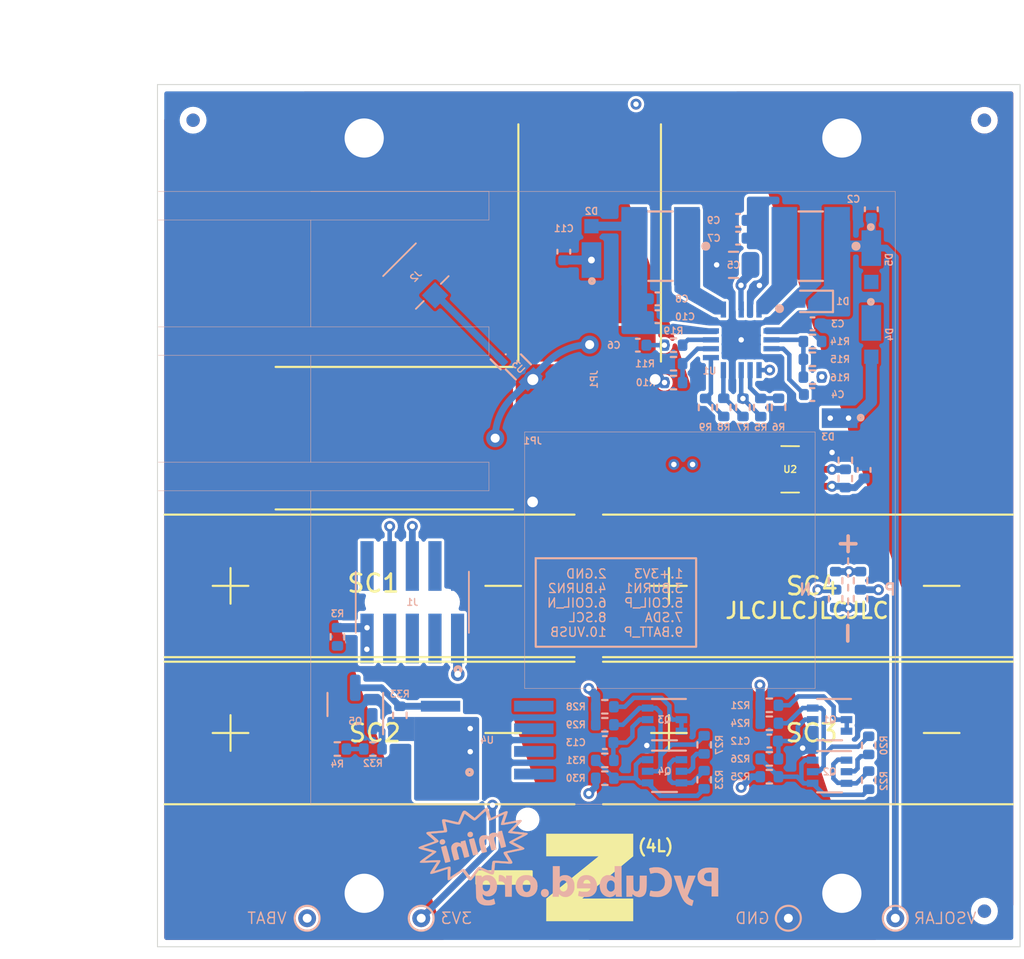
<source format=kicad_pcb>
(kicad_pcb (version 20211014) (generator pcbnew)
  (layers (0 "F.Cu" signal "Top") (1 "In1.Cu" signal) (2 "In2.Cu" signal) (31 "B.Cu" signal "Bottom") (34 "B.Paste" user) (35 "F.Paste" user) (36 "B.SilkS" user "B.Silkscreen") (37 "F.SilkS" user "F.Silkscreen") (38 "B.Mask" user) (39 "F.Mask" user) (44 "Edge.Cuts" user))
  (net 0 "")
  (net 1 "GND")
  (net 2 "+3V3")
  (net 3 "Net-(C7-Pad1)")
  (net 4 "Net-(L1-Pad2)")
  (net 5 "VOUT_EN")
  (net 6 "VSOLAR")
  (net 7 "VBAT_OK")
  (net 8 "VUSB")
  (net 9 "BATT_P")
  (net 10 "COIL_N")
  (net 11 "COIL_P")
  (net 12 "Net-(C4-Pad1)")
  (net 13 "Net-(C10-Pad1)")
  (net 14 "Net-(L2-Pad1)")
  (net 15 "Net-(R10-Pad2)")
  (net 16 "Net-(R5-Pad1)")
  (net 17 "Net-(R7-Pad1)")
  (net 18 "Net-(R8-Pad1)")
  (net 19 "Net-(R10-Pad1)")
  (net 20 "Net-(R14-Pad1)")
  (net 21 "Net-(C12-Pad1)")
  (net 22 "/coil")
  (net 23 "/VSOLAR_FULL")
  (net 24 "BURN1")
  (net 25 "Net-(C13-Pad1)")
  (net 26 "Net-(D3-Pad1)")
  (net 27 "SDA")
  (net 28 "SCL")
  (net 29 "BURN2")
  (net 30 "Net-(Q1-Pad2)")
  (net 31 "Net-(Q1-Pad6)")
  (net 32 "Net-(Q2-Pad2)")
  (net 33 "SCL_LS")
  (net 34 "Net-(Q3-Pad2)")
  (net 35 "Net-(Q3-Pad6)")
  (net 36 "Net-(Q4-Pad2)")
  (net 37 "SDA_LS")
  (net 38 "Net-(R1-Pad1)")
  (net 40 "VBAT")
  (net 41 "Net-(U3-Pad4)")
  (net 42 "Net-(U3-Pad3)")
  (net 43 "Net-(J2-Pad3)")
  (net 44 "/VBURN")
  (net 45 "Net-(Q5-Pad1)")
  (net 46 "Net-(Q5-Pad3)")
  (footprint "solarpanels:KXOB25-05X3F" (layer "F.Cu") (at 83.9 70.441)
    (fp_text reference "SC1")
    (fp_text value "SolarCell_Small")
  )
  (footprint "solarpanels:KXOB25-05X3F" (layer "F.Cu") (at 108.5 70.441)
    (fp_text reference "SC4")
    (fp_text value "SolarCell_Small")
  )
  (footprint "solarpanels:TSL2561" (layer "F.Cu") (at 118 63.9 180)
    (fp_text reference "U2")
    (fp_text value "TSL2561" hide)
  )
  (footprint "Fiducial:Fiducial_0.75mm_Mask1.5mm" (layer "F.Cu") (at 128.9 88.7)
    (fp_text reference "REF**" hide)
    (fp_text value "Fiducial_0.75mm_Mask1.5mm")
  )
  (footprint "Fiducial:Fiducial_0.75mm_Mask1.5mm" (layer "F.Cu") (at 84.5 44.3)
    (fp_text reference "REF**" hide)
    (fp_text value "Fiducial_0.75mm_Mask1.5mm")
  )
  (footprint "Fiducial:Fiducial_0.75mm_Mask1.5mm" (layer "F.Cu") (at 128.9 44.3)
    (fp_text reference "REF**" hide)
    (fp_text value "Fiducial_0.75mm_Mask1.5mm")
  )
  (footprint "solarpanels:KXOB25-05X3F" (layer "F.Cu") (at 108.5 78.7)
    (fp_text reference "SC3")
    (fp_text value "SolarCell_Small")
  )
  (footprint "solarpanels:KXOB25-05X3F" (layer "F.Cu") (at 83.899988 78.7)
    (fp_text reference "SC2")
    (fp_text value "SolarCell_Small")
  )
  (footprint "custom-footprints:ypanel" (layer "F.Cu") (at 106.0958 86.5632)
    (fp_text reference "Ref**" hide)
    (fp_text value "Val**" hide)
  )
  (footprint "solarpanels:Antenna Mount" (layer "F.Cu") (at 106.75 56.85 90)
    (fp_text reference "H6" hide)
    (fp_text value "MountingHole_Pad")
  )
  (footprint "solarpanels:Antenna Mount" (layer "F.Cu") (at 101.45 62.15 180)
    (fp_text reference "H5" hide)
    (fp_text value "MountingHole_Pad")
  )
  (footprint "Capacitor_SMD:C_0805_2012Metric" (layer "B.Cu") (at 114.82425 52.421 180)
    (fp_text reference "C5")
    (fp_text value "100uF")
  )
  (footprint "Capacitor_SMD:C_0402_1005Metric" (layer "B.Cu") (at 122.15 63.93 -90)
    (fp_text reference "C1" hide)
    (fp_text value "1uF")
  )
  (footprint "Resistor_SMD:R_0402_1005Metric" (layer "B.Cu") (at 121.094203 64.415003 -90)
    (fp_text reference "R1" hide)
    (fp_text value "0")
  )
  (footprint "Capacitor_SMD:C_0402_1005Metric" (layer "B.Cu") (at 115.07425 49.921 180)
    (fp_text reference "C9")
    (fp_text value "0.1uF")
  )
  (footprint "Capacitor_SMD:C_0402_1005Metric" (layer "B.Cu") (at 110.553035 54.328844)
    (fp_text reference "C8")
    (fp_text value "22uF")
  )
  (footprint "Capacitor_SMD:C_0402_1005Metric" (layer "B.Cu") (at 109.453035 56.928844 180)
    (fp_text reference "C6")
    (fp_text value "1uF")
  )
  (footprint "Capacitor_SMD:C_0402_1005Metric" (layer "B.Cu") (at 119.25 59.7)
    (fp_text reference "C4")
    (fp_text value "10nF")
  )
  (footprint "solarpanels:LPS4018" (layer "B.Cu") (at 110.7258 51.371 180)
    (fp_text reference "L2" hide)
    (fp_text value "10uH-LPS4018-103MR" hide)
  )
  (footprint "Resistor_SMD:R_0402_1005Metric" (layer "B.Cu") (at 119.25304 57.721 180)
    (fp_text reference "R15")
    (fp_text value "0")
  )
  (footprint "Resistor_SMD:R_0402_1005Metric" (layer "B.Cu") (at 113.25304 60.428844 90)
    (fp_text reference "R9")
    (fp_text value "4.53M")
  )
  (footprint "Resistor_SMD:R_0402_1005Metric" (layer "B.Cu") (at 111.453035 57.971)
    (fp_text reference "R11")
    (fp_text value "4.75M")
  )
  (footprint "Resistor_SMD:R_0402_1005Metric" (layer "B.Cu") (at 115.35304 60.421 90)
    (fp_text reference "R7")
    (fp_text value "374K")
  )
  (footprint "Resistor_SMD:R_0402_1005Metric" (layer "B.Cu") (at 111.453035 56.928844 180)
    (fp_text reference "R19")
    (fp_text value "0")
  )
  (footprint "Resistor_SMD:R_0402_1005Metric" (layer "B.Cu") (at 114.27425 60.421 90)
    (fp_text reference "R8")
    (fp_text value "8.25M")
  )
  (footprint "Resistor_SMD:R_0402_1005Metric" (layer "B.Cu") (at 119.25304 56.721)
    (fp_text reference "R14")
    (fp_text value "0")
  )
  (footprint "Resistor_SMD:R_0402_1005Metric" (layer "B.Cu") (at 111.453035 59.028844 180)
    (fp_text reference "R10")
    (fp_text value "8.25M")
  )
  (footprint "solarpanels:QFN50P350X350X100-21N-D" (layer "B.Cu") (at 115.253035 56.628844 180)
    (fp_text reference "U1")
    (fp_text value "BQ25570RGRR" hide)
  )
  (footprint "solarpanels:LPS4018" (layer "B.Cu") (at 119.15459 51.371 180)
    (fp_text reference "L1" hide)
    (fp_text value "22uH-LPS4018-223MR" hide)
  )
  (footprint "Resistor_SMD:R_0402_1005Metric" (layer "B.Cu") (at 119.253 58.7248 180)
    (fp_text reference "R16")
    (fp_text value "0")
  )
  (footprint "Resistor_SMD:R_0402_1005Metric" (layer "B.Cu") (at 116.35 60.428844 -90)
    (fp_text reference "R5")
    (fp_text value "7.32M")
  )
  (footprint "Capacitor_SMD:C_0402_1005Metric" (layer "B.Cu") (at 115.07425 50.921 180)
    (fp_text reference "C7")
    (fp_text value "4.7uF")
  )
  (footprint "solarpanels:MICROSMP" (layer "B.Cu") (at 106.85 51.5 90)
    (fp_text reference "D2")
    (fp_text value "MSS1P4-M3_89A" hide)
  )
  (footprint "Resistor_SMD:R_0402_1005Metric" (layer "B.Cu") (at 117.35 60.421 90)
    (fp_text reference "R6")
    (fp_text value "5.62M")
  )
  (footprint "Capacitor_SMD:C_0402_1005Metric" (layer "B.Cu") (at 122.55304 49.298844 90)
    (fp_text reference "C2")
    (fp_text value "0.1uF")
  )
  (footprint "Capacitor_SMD:C_0402_1005Metric" (layer "B.Cu") (at 119.25304 55.728844)
    (fp_text reference "C3")
    (fp_text value "4.7uF")
  )
  (footprint "TestPoint:TestPoint_THTPad_D1.0mm_Drill0.5mm" (layer "B.Cu") (at 117.9 89.1)
    (fp_text reference "TP2" hide)
    (fp_text value "TP")
  )
  (footprint "TestPoint:TestPoint_THTPad_D1.0mm_Drill0.5mm" (layer "B.Cu") (at 97.3 89.1)
    (fp_text reference "TP3" hide)
    (fp_text value "TP")
  )
  (footprint "TestPoint:TestPoint_THTPad_D1.0mm_Drill0.5mm" (layer "B.Cu") (at 90.9 89.1)
    (fp_text reference "TP4" hide)
    (fp_text value "TP")
  )
  (footprint "TestPoint:TestPoint_THTPad_D1.0mm_Drill0.5mm" (layer "B.Cu") (at 123.9 89.1)
    (fp_text reference "TP1" hide)
    (fp_text value "TP")
  )
  (footprint "Resistor_SMD:R_0402_1005Metric" (layer "B.Cu") (at 121.094203 63.390003 -90)
    (fp_text reference "R2" hide)
    (fp_text value "0")
  )
  (footprint "Resistor_SMD:R_0402_1005Metric" (layer "B.Cu") (at 120.55 71.16 90)
    (fp_text reference "R18" hide)
    (fp_text value "0")
  )
  (footprint "Resistor_SMD:R_0402_1005Metric" (layer "B.Cu") (at 120.55 70.15 90)
    (fp_text reference "R17" hide)
    (fp_text value "0")
  )
  (footprint "Resistor_SMD:R_0402_1005Metric" (layer "B.Cu") (at 121.95 70.15 90)
    (fp_text reference "R12" hide)
    (fp_text value "0")
  )
  (footprint "Resistor_SMD:R_0402_1005Metric" (layer "B.Cu") (at 121.95 71.16 90)
    (fp_text reference "R13" hide)
    (fp_text value "0")
  )
  (footprint "Fiducial:Fiducial_0.75mm_Mask1.5mm" (layer "B.Cu") (at 128.9 44.3)
    (fp_text reference "REF**" hide)
    (fp_text value "Fiducial_0.75mm_Mask1.5mm")
  )
  (footprint "Fiducial:Fiducial_0.75mm_Mask1.5mm" (layer "B.Cu") (at 84.5 44.3)
    (fp_text reference "REF**" hide)
    (fp_text value "Fiducial_0.75mm_Mask1.5mm")
  )
  (footprint "Fiducial:Fiducial_0.75mm_Mask1.5mm" (layer "B.Cu") (at 128.9 88.7)
    (fp_text reference "REF**" hide)
    (fp_text value "Fiducial_0.75mm_Mask1.5mm")
  )
  (footprint "Diode_SMD:D_SOD-523" (layer "B.Cu") (at 119.2538 54.471 180)
    (fp_text reference "D1")
    (fp_text value "SZMM5Z5V1T1G")
  )
  (footprint "Resistor_SMD:R_0402_1005Metric" (layer "B.Cu") (at 116.830711 77.144289)
    (fp_text reference "R21")
    (fp_text value "100K")
  )
  (footprint "Resistor_SMD:R_0402_1005Metric" (layer "B.Cu") (at 113.175 79.364 90)
    (fp_text reference "R27")
    (fp_text value "680")
  )
  (footprint "solarpanels:MICROSMP" (layer "B.Cu") (at 122.55304 52.128844 -90)
    (fp_text reference "D5")
    (fp_text value "MSS1P4-M3_89A" hide)
  )
  (footprint "solarpanels:MICROSMP" (layer "B.Cu") (at 120.125 61.025 180)
    (fp_text reference "D3")
    (fp_text value "MSS1P4-M3_89A" hide)
  )
  (footprint "Capacitor_SMD:C_0402_1005Metric" (layer "B.Cu") (at 105.3 51.68 90)
    (fp_text reference "C11")
    (fp_text value "0.1uF")
  )
  (footprint "Resistor_SMD:R_0402_1005Metric" (layer "B.Cu") (at 122.405711 79.394289 90)
    (fp_text reference "R20")
    (fp_text value "680")
  )
  (footprint "MountingHole:MountingHole_2.2mm_M2_DIN965_Pad" (layer "B.Cu") (at 94.1 45.3 180)
    (fp_text reference "H2" hide)
    (fp_text value "MountingHole")
  )
  (footprint "custom-footprints:pycubed_mini_logo" (layer "B.Cu") (at 98.758009 85.133348 180)
    (fp_text reference "Ref**" hide)
    (fp_text value "Val**" hide)
  )
  (footprint "Resistor_SMD:R_0402_1005Metric" (layer "B.Cu") (at 113.175 81.325 90)
    (fp_text reference "R23")
    (fp_text value "0")
  )
  (footprint "Capacitor_SMD:C_0402_1005Metric" (layer "B.Cu") (at 116.830711 79.154289 180)
    (fp_text reference "C12")
    (fp_text value "10nF")
  )
  (footprint "solarpanels:ATB2012" (layer "B.Cu") (at 102.75 58.15 -45)
    (fp_text reference "U3")
    (fp_text value "ATB2012-50011-T000")
  )
  (footprint "Resistor_SMD:R_0402_1005Metric" (layer "B.Cu") (at 107.6 77.227991)
    (fp_text reference "R28")
    (fp_text value "100K")
  )
  (footprint "Resistor_SMD:R_0402_1005Metric" (layer "B.Cu") (at 94.59 79.6 180)
    (fp_text reference "R32")
    (fp_text value "4.7k")
  )
  (footprint "Resistor_SMD:R_0402_1005Metric" (layer "B.Cu") (at 122.405711 81.350089 90)
    (fp_text reference "R22")
    (fp_text value "0")
  )
  (footprint "Resistor_SMD:R_0402_1005Metric" (layer "B.Cu") (at 92.59 79.6 180)
    (fp_text reference "R4")
    (fp_text value "10k")
  )
  (footprint "Resistor_SMD:R_0402_1005Metric" (layer "B.Cu") (at 96.1 77.71 -90)
    (fp_text reference "R33")
    (fp_text value "100k")
  )
  (footprint "Resistor_SMD:R_0402_1005Metric" (layer "B.Cu") (at 116.830711 78.154289)
    (fp_text reference "R24")
    (fp_text value "10K")
  )
  (footprint "solarpanels:Burn-Wire-Rotated" (layer "B.Cu") (at 107 58.85 90)
    (fp_text reference "JP1")
    (fp_text value "Jumper")
  )
  (footprint "Resistor_SMD:R_0402_1005Metric" (layer "B.Cu") (at 107.6 80.237991)
    (fp_text reference "R31")
    (fp_text value "200K")
  )
  (footprint "Resistor_SMD:R_0402_1005Metric" (layer "B.Cu") (at 116.830711 81.154289)
    (fp_text reference "R25")
    (fp_text value "10K")
  )
  (footprint "Package_TO_SOT_SMD:SOT-363_SC-70-6" (layer "B.Cu") (at 110.95 77.95 180)
    (fp_text reference "Q3")
    (fp_text value "BSS138DWQ-7")
  )
  (footprint "MountingHole:MountingHole_2.2mm_M2_DIN965_Pad" (layer "B.Cu") (at 120.900012 87.700002 180)
    (fp_text reference "H4" hide)
    (fp_text value "MountingHole")
  )
  (footprint "Package_TO_SOT_SMD:SOT-23" (layer "B.Cu") (at 93.6 77.1 90)
    (fp_text reference "Q5")
    (fp_text value "IRLML2803")
  )
  (footprint "Resistor_SMD:R_0402_1005Metric" (layer "B.Cu") (at 116.830711 80.154289)
    (fp_text reference "R26")
    (fp_text value "200K")
  )
  (footprint "Resistor_SMD:R_0402_1005Metric" (layer "B.Cu") (at 92.6 73.3 -90)
    (fp_text reference "R3")
    (fp_text value "0")
  )
  (footprint "MountingHole:MountingHole_2.2mm_M2_DIN965_Pad" (layer "B.Cu") (at 94.09999 87.700002 180)
    (fp_text reference "H3" hide)
    (fp_text value "MountingHole")
  )
  (footprint "solarpanels:U.FL-R-SMT-1" (layer "B.Cu") (at 97 53.05 -135)
    (fp_text reference "J2")
    (fp_text value "U.FL-R-SMT-1" hide)
  )
  (footprint "Package_TO_SOT_SMD:SOT-363_SC-70-6" (layer "B.Cu") (at 120.2118 80.875 180)
    (fp_text reference "Q2")
    (fp_text value "MBT2222ADW1T1")
  )
  (footprint "Resistor_SMD:R_0402_1005Metric" (layer "B.Cu") (at 107.6 81.237991)
    (fp_text reference "R30")
    (fp_text value "10K")
  )
  (footprint "Package_TO_SOT_SMD:SOT-363_SC-70-6" (layer "B.Cu") (at 120.2118 77.95 180)
    (fp_text reference "Q1")
    (fp_text value "BSS138DWQ-7")
  )
  (footprint "solarpanels:Burn-Wire-Rotated" (layer "B.Cu") (at 103.55 62.3 180)
    (fp_text reference "JP1")
    (fp_text value "Jumper")
  )
  (footprint "solarpanels:NDS8434" (layer "B.Cu") (at 101 79.1 90)
    (fp_text reference "U4")
    (fp_text value "NDS8434" hide)
  )
  (footprint "Package_TO_SOT_SMD:SOT-363_SC-70-6" (layer "B.Cu") (at 110.95 80.85 180)
    (fp_text reference "Q4")
    (fp_text value "MBT2222ADW1T1")
  )
  (footprint "Capacitor_SMD:C_0402_1005Metric" (layer "B.Cu") (at 107.6 79.237991 180)
    (fp_text reference "C13")
    (fp_text value "10nF")
  )
  (footprint "MountingHole:MountingHole_2.2mm_M2_DIN965_Pad" (layer "B.Cu") (at 120.900012 45.300011 180)
    (fp_text reference "H1" hide)
    (fp_text value "MountingHole")
  )
  (footprint "Resistor_SMD:R_0402_1005Metric" (layer "B.Cu") (at 107.6 78.237991)
    (fp_text reference "R29")
    (fp_text value "10K")
  )
  (footprint "Capacitor_SMD:C_0402_1005Metric" (layer "B.Cu") (at 110.553035 55.328844)
    (fp_text reference "C10")
    (fp_text value "0.1uF")
  )
  (footprint "batteryboard:FTS-105-XX-YY-DV-A" (layer "B.Cu") (at 96.8 71.36 180)
    (fp_text reference "J1")
    (fp_text value "FTS-105-01-L-DV-A" hide)
  )
  (footprint "solarpanels:MICROSMP" (layer "B.Cu") (at 122.55304 56.328844 -90)
    (fp_text reference "D4")
    (fp_text value "MSS1P4-M3_89A" hide)
  )
  (gr_line (start 121.253 69.939) (end 121.253 69.6215) (layer "B.SilkS") (width 0.12))
  (gr_line (start 121.253 70.3835) (end 121.253 70.701) (layer "B.SilkS") (width 0.12))
  (gr_line (start 121.253 71.1455) (end 121.253 71.463) (layer "B.SilkS") (width 0.12))
  (gr_line (start 121.253 68.89125) (end 121.253 69.20875) (layer "B.SilkS") (width 0.12))
  (gr_line (start 121.253 72.225) (end 121.253 71.9075) (layer "B.SilkS") (width 0.12))
  (gr_line (start 91.1 82.7) (end 91.1 65.1) (layer "B.SilkS") (width 0.0254))
  (gr_line (start 119.4 76.2) (end 103.1 76.2) (layer "B.SilkS") (width 0.0254))
  (gr_line (start 101.1 55.9) (end 82.55 55.9) (layer "B.SilkS") (width 0.0254))
  (gr_line (start 103.1 61.8) (end 119.4 61.8) (layer "B.SilkS") (width 0.0254))
  (gr_rect (start 103.725 73.86) (end 112.725 68.89) (layer "B.SilkS") (width 0.12) (fill none))
  (gr_line (start 82.55 57.5) (end 101.1 57.5) (layer "B.SilkS") (width 0.0254))
  (gr_line (start 119.4 61.8) (end 119.4 76.2) (layer "B.SilkS") (width 0.0254))
  (gr_line (start 101.1 63.5) (end 82.55 63.5) (layer "B.SilkS") (width 0.0254))
  (gr_line (start 101.1 57.5) (end 101.1 55.9) (layer "B.SilkS") (width 0.0254))
  (gr_line (start 123.9 48.3) (end 123.9 82.7) (layer "B.SilkS") (width 0.0254))
  (gr_line (start 91.1 48.3) (end 123.9 48.3) (layer "B.SilkS") (width 0.0254))
  (gr_line (start 123.9 82.7) (end 91.1 82.7) (layer "B.SilkS") (width 0.0254))
  (gr_line (start 91.1 55.9) (end 91.1 49.9) (layer "B.SilkS") (width 0.0254))
  (gr_line (start 82.55 49.9) (end 101.1 49.9) (layer "B.SilkS") (width 0.0254))
  (gr_line (start 91.1 63.5) (end 91.1 57.5) (layer "B.SilkS") (width 0.0254))
  (gr_line (start 101.1 65.1) (end 101.1 63.5) (layer "B.SilkS") (width 0.0254))
  (gr_line (start 101.1 49.9) (end 101.1 48.3) (layer "B.SilkS") (width 0.0254))
  (gr_line (start 103.1 76.2) (end 103.1 61.8) (layer "B.SilkS") (width 0.0254))
  (gr_line (start 82.55 65.1) (end 101.1 65.1) (layer "B.SilkS") (width 0.0254))
  (gr_line (start 101.1 48.3) (end 82.55 48.3) (layer "B.SilkS") (width 0.0254))
  (gr_line (start 82.5 90.7) (end 82.5 42.3) (layer "Edge.Cuts") (width 0.05))
  (gr_line (start 82.5 42.3) (end 130.9 42.3) (layer "Edge.Cuts") (width 0.05))
  (gr_line (start 82.5 90.7) (end 130.9 90.7) (layer "Edge.Cuts") (width 0.05))
  (gr_line (start 130.9 42.3) (end 130.9 90.7) (layer "Edge.Cuts") (width 0.05))
  (gr_text "GND" (at 116.9 89.1) (layer "B.SilkS") (effects (font (size 0.635 0.635) (thickness 0.0762)) (justify left mirror)))
  (gr_text "VSOLAR" (at 128.5 89.1) (layer "B.SilkS") (effects (font (size 0.635 0.635) (thickness 0.0762)) (justify left mirror)))
  (gr_text "VBAT" (at 89.8 89.1) (layer "B.SilkS") (effects (font (size 0.635 0.635) (thickness 0.0762)) (justify left mirror)))
  (gr_text "3V3" (at 100.2 89.1) (layer "B.SilkS") (effects (font (size 0.635 0.635) (thickness 0.0762)) (justify left mirror)))
  (gr_text "+" (at 121.253 68.16 180) (layer "B.SilkS") (effects (font (size 1.143 1.143) (thickness 0.2032)) (justify mirror)))
  (gr_text "P" (at 123.6 70.65) (layer "B.SilkS") (effects (font (size 0.635 0.635) (thickness 0.127)) (justify mirror)))
  (gr_text "N" (at 118.85 70.65) (layer "B.SilkS") (effects (font (size 0.635 0.635) (thickness 0.127)) (justify mirror)))
  (gr_text "-" (at 121.15 73.1 90) (layer "B.SilkS") (effects (font (size 1.143 1.143) (thickness 0.2032)) (justify mirror)))
  (gr_text "2.GND\n4.BURN2\n6.COIL_N\n8.SCL\n10.VUSB" (at 107.75 71.4) (layer "B.SilkS") (effects (font (size 0.508 0.508) (thickness 0.0762)) (justify left mirror)))
  (gr_text "1.+3V3\n3.BURN1\n5.COIL_P\n7.SDA\n9.BATT_P" (at 112.05 71.4) (layer "B.SilkS") (effects (font (size 0.508 0.508) (thickness 0.0762)) (justify left mirror)))
  (gr_text "(4L)" (at 110.45 85.05) (layer "F.SilkS") (effects (font (size 0.635 0.635) (thickness 0.127))))
  (gr_text "JLCJLCJLCJLC" (at 118.9482 71.8312) (layer "F.SilkS") (effects (font (size 0.889 0.889))))
  (segment (start 120.35 62.95) (end 119.45 62.95) (width 0.381) (layer "F.Cu") (net 1))
  (via (at 118.7 79.55) (size 0.6096) (drill 0.3048) (layers "F.Cu" "B.Cu") (net 1))
  (via (at 115.25304 56.628844) (size 0.6096) (drill 0.3048) (layers "F.Cu" "B.Cu") (net 1))
  (via (at 109.956702 79.4) (size 0.6096) (drill 0.3048) (layers "F.Cu" "B.Cu") (net 1))
  (via (at 113.87425 52.421) (size 0.6096) (drill 0.3048) (layers "F.Cu" "B.Cu") (net 1))
  (via (at 120.35 62.95) (size 0.6096) (drill 0.3048) (layers "F.Cu" "B.Cu") (net 1))
  (segment (start 114.75304 54.928844) (end 114.75304 56.128844) (width 0.3048) (layer "B.Cu") (net 1))
  (segment (start 119.45 64.85) (end 120.35 64.85) (width 0.381) (layer "F.Cu") (net 2))
  (via (at 99.35 75.4) (size 0.762) (drill 0.381) (layers "F.Cu" "B.Cu") (net 2))
  (via (at 106.85 52.15) (size 0.762) (drill 0.381) (layers "F.Cu" "B.Cu") (net 2))
  (via (at 101.3 82.75) (size 0.6096) (drill 0.3048) (layers "F.Cu" "B.Cu") (net 2))
  (via (at 116.3 76) (size 0.6096) (drill 0.3048) (layers "F.Cu" "B.Cu") (net 2))
  (via (at 106.7 82.1) (size 0.6096) (drill 0.3048) (layers "F.Cu" "B.Cu") (net 2))
  (via (at 106.7 76.2) (size 0.6096) (drill 0.3048) (layers "F.Cu" "B.Cu") (net 2))
  (via (at 115.25 81.75) (size 0.6096) (drill 0.3048) (layers "F.Cu" "B.Cu") (net 2))
  (via (at 120.35 64.85) (size 0.6096) (drill 0.3048) (layers "F.Cu" "B.Cu") (net 2))
  (segment (start 116.320711 78.154289) (end 116.320711 76.020711) (width 0.508) (layer "B.Cu") (net 2))
  (segment (start 105.31 52.15) (end 105.3 52.16) (width 0.508) (layer "B.Cu") (net 2))
  (segment (start 121.094203 64.925003) (end 121.634997 64.925003) (width 0.381) (layer "B.Cu") (net 2))
  (segment (start 115.845711 81.154289) (end 116.320711 81.154289) (width 0.381) (layer "B.Cu") (net 2))
  (segment (start 115.25 81.75) (end 115.845711 81.154289) (width 0.381) (layer "B.Cu") (net 2))
  (segment (start 101.3 82.75) (end 101.3 85.1) (width 0.381) (layer "B.Cu") (net 2))
  (segment (start 116.330711 77.134289) (end 116.320711 77.144289) (width 0.508) (layer "B.Cu") (net 2))
  (segment (start 99.34 73.395) (end 99.34 75.39) (width 0.508) (layer "B.Cu") (net 2))
  (segment (start 107.09 78.237991) (end 107.09 77.227991) (width 0.508) (layer "B.Cu") (net 2))
  (segment (start 99.34 75.39) (end 99.35 75.4) (width 0.508) (layer "B.Cu") (net 2))
  (segment (start 107.09 77.227991) (end 107.09 76.59) (width 0.508) (layer "B.Cu") (net 2))
  (segment (start 116.320711 76.020711) (end 116.3 76) (width 0.508) (layer "B.Cu") (net 2))
  (segment (start 121.634997 64.925003) (end 122.15 64.41) (width 0.381) (layer "B.Cu") (net 2))
  (segment (start 101.3 85.1) (end 97.3 89.1) (width 0.381) (layer "B.Cu") (net 2))
  (segment (start 107.09 81.71) (end 106.7 82.1) (width 0.381) (layer "B.Cu") (net 2))
  (segment (start 106.85 52.15) (end 105.31 52.15) (width 0.508) (layer "B.Cu") (net 2))
  (segment (start 116.320711 78.154289) (end 116.320711 77.144289) (width 0.508) (layer "B.Cu") (net 2))
  (segment (start 107.09 76.59) (end 106.7 76.2) (width 0.508) (layer "B.Cu") (net 2))
  (segment (start 121.0192 64.85) (end 121.094203 64.925003) (width 0.381) (layer "B.Cu") (net 2))
  (segment (start 120.35 64.85) (end 121.0192 64.85) (width 0.381) (layer "B.Cu") (net 2))
  (segment (start 107.09 81.237991) (end 107.09 81.71) (width 0.381) (layer "B.Cu") (net 2))
  (via (at 119.775 58.7) (size 0.6096) (drill 0.3048) (layers "F.Cu" "B.Cu") (net 3))
  (via (at 116.275 53.575) (size 0.6096) (drill 0.3048) (layers "F.Cu" "B.Cu") (net 3))
  (via (at 110.943035 56.928844) (size 0.6096) (drill 0.3048) (layers "F.Cu" "B.Cu") (net 5))
  (via (at 116.85 58.325) (size 0.6096) (drill 0.3048) (layers "F.Cu" "B.Cu") (net 5))
  (segment (start 109.933035 56.928844) (end 110.943035 56.928844) (width 0.254) (layer "B.Cu") (net 5))
  (segment (start 116.846156 58.328844) (end 116.253035 58.328844) (width 0.254) (layer "B.Cu") (net 5))
  (segment (start 116.85 58.325) (end 116.846156 58.328844) (width 0.254) (layer "B.Cu") (net 5))
  (segment (start 122.445196 51.371) (end 120.63414 51.371) (width 0.635) (layer "B.Cu") (net 6))
  (segment (start 123.9 52) (end 123.378844 51.478844) (width 0.381) (layer "B.Cu") (net 6))
  (segment (start 123.9 89.1) (end 123.9 52) (width 0.381) (layer "B.Cu") (net 6))
  (segment (start 122.55304 51.478844) (end 122.55304 49.778844) (width 0.508) (layer "B.Cu") (net 6))
  (segment (start 123.378844 51.478844) (end 122.55304 51.478844) (width 0.381) (layer "B.Cu") (net 6))
  (segment (start 118.77304 55.721) (end 119.6857 56.63366) (width 0.29972) (layer "B.Cu") (net 6))
  (segment (start 113.553035 56.628844) (end 112.263035 56.628844) (width 0.254) (layer "B.Cu") (net 7))
  (segment (start 112.263035 56.628844) (end 111.963035 56.928844) (width 0.254) (layer "B.Cu") (net 7))
  (via (at 100.05 78.45) (size 0.6096) (drill 0.3048) (layers "F.Cu" "B.Cu") (net 9))
  (via (at 94.26 72.79) (size 0.6096) (drill 0.3048) (layers "F.Cu" "B.Cu") (net 9))
  (via (at 100.05 79.75) (size 0.6096) (drill 0.3048) (layers "F.Cu" "B.Cu") (net 9))
  (via (at 94.25 74) (size 0.6096) (drill 0.3048) (layers "F.Cu" "B.Cu") (net 9))
  (segment (start 94.26 72.79) (end 94.26 73.395) (width 0.508) (layer "B.Cu") (net 9))
  (segment (start 92.6 72.79) (end 94.26 72.79) (width 0.508) (layer "B.Cu") (net 9))
  (via (at 96.8 67.1) (size 0.6096) (drill 0.3048) (layers "F.Cu" "B.Cu") (net 10))
  (via (at 119.553 70.66) (size 0.6096) (drill 0.3048) (layers "F.Cu" "B.Cu") (net 10))
  (segment (start 119.553 70.66) (end 120.533 70.66) (width 0.381) (layer "B.Cu") (net 10))
  (segment (start 96.8 69.325) (end 96.8 67.1) (width 0.381) (layer "B.Cu") (net 10))
  (via (at 122.953 70.66) (size 0.6096) (drill 0.3048) (layers "F.Cu" "B.Cu") (net 11))
  (segment (start 122.953 70.66) (end 121.953 70.66) (width 0.381) (layer "B.Cu") (net 11))
  (segment (start 118.77 59.67) (end 117.95304 58.85304) (width 0.254) (layer "B.Cu") (net 12))
  (segment (start 117.611835 57.128844) (end 116.95304 57.128844) (width 0.254) (layer "B.Cu") (net 12))
  (segment (start 117.95304 58.85304) (end 117.95304 57.470049) (width 0.254) (layer "B.Cu") (net 12))
  (segment (start 117.95304 57.470049) (end 117.611835 57.128844) (width 0.254) (layer "B.Cu") (net 12))
  (segment (start 118.77 59.7) (end 118.77 59.67) (width 0.254) (layer "B.Cu") (net 12))
  (segment (start 109.24625 50.25) (end 109.24625 51.371) (width 0.508) (layer "B.Cu") (net 13))
  (segment (start 106.85 50.25) (end 109.24625 50.25) (width 0.508) (layer "B.Cu") (net 13))
  (via (at 115.35 59.925) (size 0.6096) (drill 0.3048) (layers "F.Cu" "B.Cu") (net 15))
  (via (at 110.95 59.025) (size 0.6096) (drill 0.3048) (layers "F.Cu" "B.Cu") (net 15))
  (segment (start 115.35 59.925) (end 116.35 60.925) (width 0.254) (layer "B.Cu") (net 15))
  (segment (start 115.35304 59.911) (end 115.35 59.91404) (width 0.254) (layer "B.Cu") (net 15))
  (segment (start 116.35 60.925) (end 116.35 60.938844) (width 0.254) (layer "B.Cu") (net 15))
  (segment (start 115.35 59.91404) (end 115.35 59.925) (width 0.254) (layer "B.Cu") (net 15))
  (segment (start 115.253035 58.328844) (end 115.253035 59.810995) (width 0.254) (layer "B.Cu") (net 15))
  (segment (start 116.35 59.918844) (end 116.357844 59.911) (width 0.254) (layer "B.Cu") (net 16))
  (segment (start 116.357844 59.911) (end 117.35 59.911) (width 0.254) (layer "B.Cu") (net 16))
  (segment (start 115.753035 59.321879) (end 116.35 59.918844) (width 0.254) (layer "B.Cu") (net 16))
  (segment (start 115.753035 58.328844) (end 115.753035 59.321879) (width 0.254) (layer "B.Cu") (net 16))
  (segment (start 115.355196 60.931) (end 114.335196 59.911) (width 0.254) (layer "B.Cu") (net 17))
  (segment (start 114.253035 58.328844) (end 114.253035 59.889785) (width 0.254) (layer "B.Cu") (net 17))
  (segment (start 114.265196 60.931) (end 113.25304 59.918844) (width 0.254) (layer "B.Cu") (net 18))
  (segment (start 113.25304 59.918844) (end 113.553035 59.618849) (width 0.254) (layer "B.Cu") (net 18))
  (segment (start 113.553035 59.618849) (end 113.553035 57.628844) (width 0.254) (layer "B.Cu") (net 18))
  (segment (start 113.55304 57.128844) (end 112.805191 57.128844) (width 0.254) (layer "B.Cu") (net 19))
  (segment (start 112.805191 57.128844) (end 111.963035 57.971) (width 0.254) (layer "B.Cu") (net 19))
  (segment (start 111.963035 57.971) (end 111.963035 59.028844) (width 0.254) (layer "B.Cu") (net 19))
  (segment (start 118.743 58.7248) (end 118.743 57.72104) (width 0.254) (layer "B.Cu") (net 20))
  (segment (start 118.650884 56.628844) (end 116.953035 56.628844) (width 0.254) (layer "B.Cu") (net 20))
  (segment (start 118.74304 57.721) (end 118.74304 56.721) (width 0.254) (layer "B.Cu") (net 20))
  (segment (start 118.743 57.72104) (end 118.74304 57.721) (width 0.254) (layer "B.Cu") (net 20))
  (segment (start 118.830711 77.95) (end 118.430711 78.35) (width 0.254) (layer "B.Cu") (net 21))
  (segment (start 118.430711 78.769289) (end 118.05 79.15) (width 0.254) (layer "B.Cu") (net 21))
  (segment (start 117.340711 80.154289) (end 117.340711 79.184289) (width 0.254) (layer "B.Cu") (net 21))
  (segment (start 118.430711 78.35) (end 118.430711 78.769289) (width 0.254) (layer "B.Cu") (net 21))
  (segment (start 117.315 79.15) (end 117.310711 79.154289) (width 0.254) (layer "B.Cu") (net 21))
  (segment (start 118.05 79.15) (end 117.315 79.15) (width 0.254) (layer "B.Cu") (net 21))
  (segment (start 119.2768 77.95) (end 118.830711 77.95) (width 0.254) (layer "B.Cu") (net 21))
  (via (at 109.35 43.4) (size 0.6096) (drill 0.3048) (layers "F.Cu" "B.Cu") (net 22))
  (via (at 121.3 69.64) (size 0.6096) (drill 0.3048) (layers "F.Cu" "B.Cu") (net 22))
  (via (at 121.28 71.67) (size 0.6096) (drill 0.3048) (layers "F.Cu" "B.Cu") (net 22))
  (segment (start 120.55 69.64) (end 121.3 69.64) (width 0.381) (layer "B.Cu") (net 22))
  (segment (start 121.28 71.67) (end 121.95 71.67) (width 0.381) (layer "B.Cu") (net 22))
  (segment (start 120.55 71.67) (end 121.28 71.67) (width 0.381) (layer "B.Cu") (net 22))
  (segment (start 121.3 69.64) (end 121.95 69.64) (width 0.381) (layer "B.Cu") (net 22))
  (segment (start 93.1 79.6) (end 94.08 79.6) (width 0.254) (layer "B.Cu") (net 24))
  (segment (start 108.08 79.237991) (end 108.08 80.207991) (width 0.254) (layer "B.Cu") (net 25))
  (segment (start 109.5662 77.95) (end 109.15 78.3662) (width 0.254) (layer "B.Cu") (net 25))
  (segment (start 108.812009 79.237991) (end 108.08 79.237991) (width 0.254) (layer "B.Cu") (net 25))
  (segment (start 109.15 78.3662) (end 109.15 78.9) (width 0.254) (layer "B.Cu") (net 25))
  (segment (start 109.15 78.9) (end 108.812009 79.237991) (width 0.254) (layer "B.Cu") (net 25))
  (segment (start 110 77.95) (end 109.5662 77.95) (width 0.254) (layer "B.Cu") (net 25))
  (via (at 120.25 61.025) (size 0.6096) (drill 0.3048) (layers "F.Cu" "B.Cu") (net 26))
  (via (at 112.525 63.625) (size 0.6096) (drill 0.3048) (layers "F.Cu" "B.Cu") (net 26))
  (via (at 121.275 61.025) (size 0.6096) (drill 0.3048) (layers "F.Cu" "B.Cu") (net 26))
  (via (at 111.475 63.625) (size 0.6096) (drill 0.3048) (layers "F.Cu" "B.Cu") (net 26))
  (segment (start 121.275 61.025) (end 121.625 61.025) (width 0.635) (layer "B.Cu") (net 26))
  (segment (start 121.625 61.025) (end 122.55304 60.09696) (width 0.635) (layer "B.Cu") (net 26))
  (segment (start 122.55304 60.09696) (end 122.55304 57.578844) (width 0.635) (layer "B.Cu") (net 26))
  (segment (start 111.4662 80.2) (end 111.9 80.2) (width 0.254) (layer "B.Cu") (net 27))
  (segment (start 112.49 81.5) (end 113.175 80.815) (width 0.254) (layer "B.Cu") (net 27))
  (segment (start 111.225 80.4412) (end 111.4662 80.2) (width 0.254) (layer "B.Cu") (net 27))
  (segment (start 111.225 81.325) (end 111.225 80.4412) (width 0.254) (layer "B.Cu") (net 27))
  (segment (start 111.9 81.5) (end 112.49 81.5) (width 0.254) (layer "B.Cu") (net 27))
  (segment (start 111.4 81.5) (end 111.225 81.325) (width 0.254) (layer "B.Cu") (net 27))
  (segment (start 111.9 81.5) (end 111.4 81.5) (width 0.254) (layer "B.Cu") (net 27))
  (via (at 95.53 67.1) (size 0.6096) (drill 0.3048) (layers "F.Cu" "B.Cu") (net 28))
  (segment (start 120.6768 81.5) (end 121.1768 81.5) (width 0.254) (layer "B.Cu") (net 28))
  (segment (start 121.1768 80.2) (end 120.6768 80.2) (width 0.254) (layer "B.Cu") (net 28))
  (segment (start 120.4268 80.45) (end 120.4268 81.25) (width 0.254) (layer "B.Cu") (net 28))
  (segment (start 95.53 69.325) (end 95.53 67.1) (width 0.254) (layer "B.Cu") (net 28))
  (segment (start 122.405711 80.840089) (end 121.7208 81.525) (width 0.254) (layer "B.Cu") (net 28))
  (segment (start 121.7208 81.525) (end 121.1618 81.525) (width 0.254) (layer "B.Cu") (net 28))
  (segment (start 120.6768 80.2) (end 120.4268 80.45) (width 0.254) (layer "B.Cu") (net 28))
  (segment (start 120.4268 81.25) (end 120.6768 81.5) (width 0.254) (layer "B.Cu") (net 28))
  (segment (start 118.45 76.65) (end 117.955711 77.144289) (width 0.254) (layer "B.Cu") (net 30))
  (segment (start 117.955711 77.144289) (end 117.340711 77.144289) (width 0.254) (layer "B.Cu") (net 30))
  (segment (start 120.4388 77.7978) (end 120.4388 77.2136) (width 0.254) (layer "B.Cu") (net 30))
  (segment (start 121.1768 78.6) (end 121.1768 77.95) (width 0.254) (layer "B.Cu") (net 30))
  (segment (start 121.1768 77.95) (end 120.591 77.95) (width 0.254) (layer "B.Cu") (net 30))
  (segment (start 120.4388 77.2136) (end 119.8752 76.65) (width 0.254) (layer "B.Cu") (net 30))
  (segment (start 120.591 77.95) (end 120.4388 77.7978) (width 0.254) (layer "B.Cu") (net 30))
  (segment (start 119.8752 76.65) (end 118.45 76.65) (width 0.254) (layer "B.Cu") (net 30))
  (segment (start 119.6268 80.85) (end 119.880711 80.596089) (width 0.254) (layer "B.Cu") (net 31))
  (segment (start 119.880711 79.946089) (end 119.880711 77.442911) (width 0.254) (layer "B.Cu") (net 31))
  (segment (start 119.880711 80.596089) (end 119.880711 79.946089) (width 0.254) (layer "B.Cu") (net 31))
  (segment (start 117.85 78.15) (end 117.345 78.15) (width 0.254) (layer "B.Cu") (net 31))
  (segment (start 118.7 77.3) (end 117.85 78.15) (width 0.254) (layer "B.Cu") (net 31))
  (segment (start 119.2768 80.85) (end 119.6268 80.85) (width 0.254) (layer "B.Cu") (net 31))
  (segment (start 121.820711 79.469289) (end 122.405711 78.884289) (width 0.254) (layer "B.Cu") (net 31))
  (segment (start 119.880711 77.442911) (end 119.7378 77.3) (width 0.254) (layer "B.Cu") (net 31))
  (segment (start 120.357511 79.469289) (end 121.820711 79.469289) (width 0.254) (layer "B.Cu") (net 31))
  (segment (start 119.880711 79.946089) (end 120.357511 79.469289) (width 0.254) (layer "B.Cu") (net 31))
  (segment (start 119.7378 77.3) (end 118.7 77.3) (width 0.254) (layer "B.Cu") (net 31))
  (segment (start 117.345 78.15) (end 117.340711 78.154289) (width 0.254) (layer "B.Cu") (net 31))
  (segment (start 121.780711 80.689889) (end 121.6206 80.85) (width 0.254) (layer "B.Cu") (net 32))
  (segment (start 121.970711 80.004289) (end 121.780711 80.194289) (width 0.254) (layer "B.Cu") (net 32))
  (segment (start 121.780711 80.194289) (end 121.780711 80.689889) (width 0.254) (layer "B.Cu") (net 32))
  (segment (start 122.380711 80.004289) (end 121.970711 80.004289) (width 0.254) (layer "B.Cu") (net 32))
  (segment (start 121.6206 80.85) (end 121.1768 80.85) (width 0.254) (layer "B.Cu") (net 32))
  (segment (start 118.825 80.225) (end 118.630711 80.419289) (width 0.254) (layer "B.Cu") (net 33))
  (segment (start 119.2618 80.225) (end 118.825 80.225) (width 0.254) (layer "B.Cu") (net 33))
  (segment (start 119.906089 82.169289) (end 119.2618 81.525) (width 0.254) (layer "B.Cu") (net 33))
  (segment (start 118.390711 81.154289) (end 117.340711 81.154289) (width 0.254) (layer "B.Cu") (net 33))
  (segment (start 118.630711 80.419289) (end 118.630711 81.394289) (width 0.254) (layer "B.Cu") (net 33))
  (segment (start 118.630711 81.394289) (end 118.761422 81.525) (width 0.254) (layer "B.Cu") (net 33))
  (segment (start 122.405711 81.860089) (end 122.096511 82.169289) (width 0.254) (layer "B.Cu") (net 33))
  (segment (start 118.761422 81.525) (end 119.2618 81.525) (width 0.254) (layer "B.Cu") (net 33))
  (segment (start 116.340711 80.154289) (end 117.340711 81.154289) (width 0.254) (layer "B.Cu") (net 33))
  (segment (start 118.761422 81.525) (end 118.390711 81.154289) (width 0.254) (layer "B.Cu") (net 33))
  (segment (start 122.096511 82.169289) (end 119.906089 82.169289) (width 0.254) (layer "B.Cu") (net 33))
  (segment (start 111.9 77.95) (end 111.9 78.6) (width 0.254) (layer "B.Cu") (net 34))
  (segment (start 111.225 77.775) (end 111.4 77.95) (width 0.254) (layer "B.Cu") (net 34))
  (segment (start 108.722009 77.227991) (end 109.225 76.725) (width 0.254) (layer "B.Cu") (net 34))
  (segment (start 111.4 77.95) (end 111.9 77.95) (width 0.254) (layer "B.Cu") (net 34))
  (segment (start 110.775 76.725) (end 111.225 77.175) (width 0.254) (layer "B.Cu") (net 34))
  (segment (start 108.722009 77.227991) (end 108.11 77.227991) (width 0.254) (layer "B.Cu") (net 34))
  (segment (start 109.225 76.725) (end 110.775 76.725) (width 0.254) (layer "B.Cu") (net 34))
  (segment (start 111.225 77.175) (end 111.225 77.775) (width 0.254) (layer "B.Cu") (net 34))
  (segment (start 110.579 80.85) (end 110.725 80.704) (width 0.254) (layer "B.Cu") (net 35))
  (segment (start 111.35 79.35) (end 112.679 79.35) (width 0.254) (layer "B.Cu") (net 35))
  (segment (start 112.679 79.35) (end 113.175 78.854) (width 0.254) (layer "B.Cu") (net 35))
  (segment (start 110.725 77.55) (end 110.475 77.3) (width 0.254) (layer "B.Cu") (net 35))
  (segment (start 109.55 77.3) (end 110 77.3) (width 0.254) (layer "B.Cu") (net 35))
  (segment (start 108.11 78.237991) (end 108.612009 78.237991) (width 0.254) (layer "B.Cu") (net 35))
  (segment (start 110.475 77.3) (end 110 77.3) (width 0.254) (layer "B.Cu") (net 35))
  (segment (start 110.725 79.975) (end 111.35 79.35) (width 0.254) (layer "B.Cu") (net 35))
  (segment (start 110.725 80.05) (end 110.725 79.975) (width 0.254) (layer "B.Cu") (net 35))
  (segment (start 108.612009 78.237991) (end 109.55 77.3) (width 0.254) (layer "B.Cu") (net 35))
  (segment (start 110.725 80.704) (end 110.725 80.05) (width 0.254) (layer "B.Cu") (net 35))
  (segment (start 110 80.85) (end 110.579 80.85) (width 0.254) (layer "B.Cu") (net 35))
  (segment (start 110.725 80.05) (end 110.725 77.55) (width 0.254) (layer "B.Cu") (net 35))
  (segment (start 112.55 80.075) (end 112.751 79.874) (width 0.254) (layer "B.Cu") (net 36))
  (segment (start 112.3338 80.85) (end 112.55 80.6338) (width 0.254) (layer "B.Cu") (net 36))
  (segment (start 112.751 79.874) (end 113.175 79.874) (width 0.254) (layer "B.Cu") (net 36))
  (segment (start 111.9 80.85) (end 112.3338 80.85) (width 0.254) (layer "B.Cu") (net 36))
  (segment (start 112.55 80.6338) (end 112.55 80.075) (width 0.254) (layer "B.Cu") (net 36))
  (segment (start 113.175 81.835) (end 112.785 82.225) (width 0.254) (layer "B.Cu") (net 37))
  (segment (start 109.35 81.25) (end 109.6 81.5) (width 0.254) (layer "B.Cu") (net 37))
  (segment (start 112.785 82.225) (end 110.725 82.225) (width 0.254) (layer "B.Cu") (net 37))
  (segment (start 109.35 80.475) (end 109.35 81.25) (width 0.254) (layer "B.Cu") (net 37))
  (segment (start 110.725 82.225) (end 110 81.5) (width 0.254) (layer "B.Cu") (net 37))
  (segment (start 109.625 80.2) (end 109.35 80.475) (width 0.254) (layer "B.Cu") (net 37))
  (segment (start 110 80.2) (end 109.625 80.2) (width 0.254) (layer "B.Cu") (net 37))
  (segment (start 109.337991 81.237991) (end 108.11 81.237991) (width 0.254) (layer "B.Cu") (net 37))
  (segment (start 107.11 80.237991) (end 108.11 81.237991) (width 0.254) (layer "B.Cu") (net 37))
  (segment (start 109.6 81.5) (end 109.337991 81.237991) (width 0.254) (layer "B.Cu") (net 37))
  (segment (start 109.6 81.5) (end 110 81.5) (width 0.254) (layer "B.Cu") (net 37))
  (segment (start 119.45 63.9) (end 120.35 63.9) (width 0.381) (layer "F.Cu") (net 38))
  (via (at 120.35 63.9) (size 0.6096) (drill 0.3048) (layers "F.Cu" "B.Cu") (net 38))
  (segment (start 121.0892 63.9) (end 121.094203 63.905003) (width 0.381) (layer "B.Cu") (net 38))
  (segment (start 120.35 63.9) (end 121.0892 63.9) (width 0.381) (layer "B.Cu") (net 38))
  (via (at 115.2398 53.5686) (size 0.6096) (drill 0.3048) (layers "F.Cu" "B.Cu") (net 40))
  (segment (start 115.2398 54.915604) (end 115.25304 54.928844) (width 0.29972) (layer "B.Cu") (net 40))
  (segment (start 115.2398 53.5686) (end 115.2398 54.915604) (width 0.29972) (layer "B.Cu") (net 40))
  (segment (start 115.2398 53.5686) (end 115.2398 53.442084) (width 0.508) (layer "B.Cu") (net 40))
  (segment (start 115.2398 53.442084) (end 115.77425 52.907634) (width 0.508) (layer "B.Cu") (net 40))
  (via (at 101.45 62.15) (size 1.016) (drill 0.508) (layers "F.Cu" "B.Cu") (net 41))
  (segment (start 103.156586 59.122272) (end 102.384171 59.894687) (width 0.381) (layer "B.Cu") (net 41))
  (arc (start 102.384171 59.894687) (mid 101.692783 60.929423) (end 101.45 62.15) (width 0.381) (layer "B.Cu") (net 41))
  (via (at 106.75 56.9) (size 1.016) (drill 0.508) (layers "F.Cu" "B.Cu") (net 42))
  (segment (start 103.722272 58.556586) (end 104.409325 57.869533) (width 0.381) (layer "B.Cu") (net 42))
  (arc (start 106.75 56.9) (mid 105.48323 57.151974) (end 104.409325 57.869533) (width 0.381) (layer "B.Cu") (net 42))
  (segment (start 98.162652 54.128338) (end 98.078338 54.128338) (width 0.381) (layer "B.Cu") (net 43))
  (segment (start 101.777728 57.743414) (end 98.162652 54.128338) (width 0.381) (layer "B.Cu") (net 43))
  (segment (start 95.1 78.5875) (end 94.55 78.0375) (width 0.381) (layer "B.Cu") (net 45))
  (segment (start 95.1 79.6) (end 95.1 78.5875) (width 0.381) (layer "B.Cu") (net 45))
  (segment (start 95.0625 76.1625) (end 96.1 77.2) (width 0.381) (layer "B.Cu") (net 46))
  (segment (start 96.1 77.2) (end 98.3788 77.2) (width 0.381) (layer "B.Cu") (net 46))
  (segment (start 98.3788 77.2) (end 98.3838 77.195) (width 0.381) (layer "B.Cu") (net 46))
  (segment (start 93.6 76.1625) (end 95.0625 76.1625) (width 0.381) (layer "B.Cu") (net 46))
  (zone (net 26) (net_name "Net-(D3-Pad1)") (layer "F.Cu") (connect_pads yes (clearance 0.1524)) (min_thickness 0.254) (fill yes (thermal_gap 0.508) (thermal_bridge_width 0.508))
    (polygon (pts (xy 123.1206 90.8812) (xy 106.8646 90.8812) (xy 90.3546 41.9862) (xy 106.6106 41.9862)))
  )
  (zone (net 23) (net_name "/VSOLAR_FULL") (layer "F.Cu") (connect_pads yes (clearance 0.1524)) (min_thickness 0.254) (fill yes (thermal_gap 0.508) (thermal_bridge_width 0.508))
    (polygon (pts (xy 82.371798 42.002419) (xy 98.881798 90.897419) (xy 82.371798 90.897419)))
  )
  (zone (net 1) (net_name "GND") (layer "F.Cu") (connect_pads yes (clearance 0.1524)) (min_thickness 0.254) (fill yes (thermal_gap 0.508) (thermal_bridge_width 0.508))
    (polygon (pts (xy 131.13401 90.93401) (xy 114.62401 42.03901) (xy 131.13401 42.03901)))
  )
  (zone (net 6) (net_name "VSOLAR") (layer "B.Cu") (priority 4) (connect_pads yes (clearance 0.1524)) (min_thickness 0.254) (fill yes (thermal_gap 0.254) (thermal_bridge_width 0.254))
    (polygon (pts (xy 116.5462 55.9303) (xy 117.4538 55.921) (xy 119.90446 53.571085) (xy 119.90286 49.861585) (xy 121.3722 49.8615) (xy 121.3722 55.132) (xy 121.3722 55.3225) (xy 119.2132 55.3225) (xy 119.2132 56.3113) (xy 116.5462 56.3113)))
  )
  (zone (net 13) (net_name "Net-(C10-Pad1)") (layer "B.Cu") (priority 6) (connect_pads yes (clearance 0.1524)) (min_thickness 0.254) (fill yes (thermal_gap 0.254) (thermal_bridge_width 0.254))
    (polygon (pts (xy 110.000285 49.250123) (xy 109.97004 55.527844) (xy 113.975828 56.054344) (xy 113.995124 56.3113) (xy 108.532034 56.305287) (xy 108.532096 49.250246)))
  )
  (zone (net 14) (net_name "Net-(L2-Pad1)") (layer "B.Cu") (priority 4) (connect_pads yes (clearance 0.1524)) (min_thickness 0.254) (fill yes (thermal_gap 0.508) (thermal_bridge_width 0.508))
    (polygon (pts (xy 113.7522 55.206444) (xy 114.26784 55.206444) (xy 114.26784 54.495244) (xy 112.9538 53.721) (xy 112.9538 49.221) (xy 111.5038 49.221) (xy 111.5038 53.921)))
  )
  (zone (net 4) (net_name "Net-(L1-Pad2)") (layer "B.Cu") (priority 6) (connect_pads yes (clearance 0.1524)) (min_thickness 0.254) (fill yes (thermal_gap 0.508) (thermal_bridge_width 0.508))
    (polygon (pts (xy 116.1034 55.1955) (xy 116.1034 54.4576) (xy 116.98044 53.521244) (xy 116.98044 49.685844) (xy 118.3496 49.670984) (xy 118.35204 53.572028) (xy 116.7367 55.1955)))
  )
  (zone (net 3) (net_name "Net-(C7-Pad1)") (layer "B.Cu") (priority 4) (connect_pads yes (clearance 0.1524)) (min_thickness 0.254) (fill yes (thermal_gap 0.254) (thermal_bridge_width 0.254))
    (polygon (pts (xy 115.57 48.5902) (xy 117.3988 48.5902) (xy 117.3988 53.07445) (xy 116.67702 53.845592) (xy 115.9256 54.6608) (xy 115.9256 55.3974) (xy 115.57 55.3974)))
  )
  (zone (net 9) (net_name "BATT_P") (layer "B.Cu") (priority 2) (connect_pads yes (clearance 0.1524)) (min_thickness 0.254) (fill yes (thermal_gap 0.508) (thermal_bridge_width 0.508))
    (polygon (pts (xy 100.55 77.8) (xy 100.55 82.5) (xy 96.9 82.5) (xy 96.9 77.8)))
  )
  (zone (net 9) (net_name "BATT_P") (layer "B.Cu") (priority 2) (connect_pads yes (clearance 0)) (min_thickness 0.254) (fill yes (thermal_gap 0.508) (thermal_bridge_width 0.508))
    (polygon (pts (xy 95.4 77.8) (xy 96.9 77.8) (xy 96.9 79.15) (xy 95.4 79.15)))
  )
  (zone (net 1) (net_name "GND") (layers "In2.Cu" "B.Cu") (connect_pads yes (clearance 0.1524)) (min_thickness 0.254) (fill yes (thermal_gap 0.254) (thermal_bridge_width 0.254))
    (polygon (pts (xy 130.95 90.75) (xy 82.45 90.75) (xy 82.45 42.25) (xy 130.95 42.25)))
  )
)
</source>
